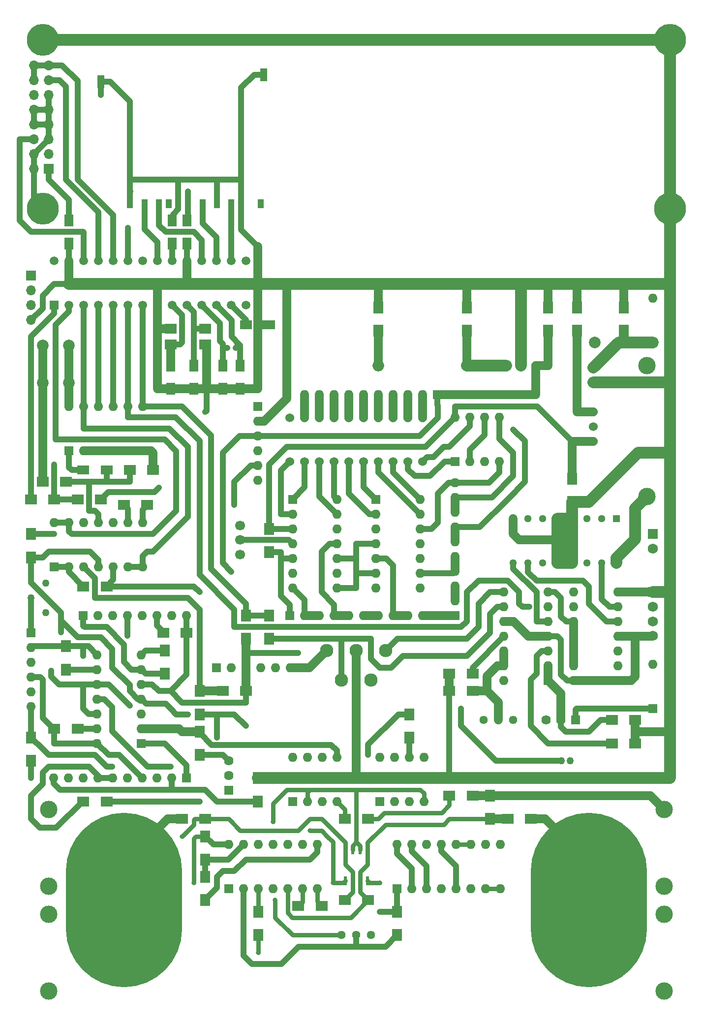
<source format=gbr>
%TF.GenerationSoftware,KiCad,Pcbnew,(5.0.0-rc2-dev-720-g9704891c8)*%
%TF.CreationDate,2018-06-11T16:43:15-04:00*%
%TF.ProjectId,Main,4D61696E2E6B696361645F7063620000,rev?*%
%TF.SameCoordinates,Original*%
%TF.FileFunction,Copper,L1,Top,Signal*%
%TF.FilePolarity,Positive*%
%FSLAX46Y46*%
G04 Gerber Fmt 4.6, Leading zero omitted, Abs format (unit mm)*
G04 Created by KiCad (PCBNEW (5.0.0-rc2-dev-720-g9704891c8)) date Mon Jun 11 16:43:15 2018*
%MOMM*%
%LPD*%
G01*
G04 APERTURE LIST*
%ADD10R,1.600000X1.600000*%
%ADD11O,1.600000X1.600000*%
%ADD12C,1.440000*%
%ADD13R,1.700000X2.000000*%
%ADD14R,2.000000X1.700000*%
%ADD15R,0.600000X1.550000*%
%ADD16C,3.000000*%
%ADD17C,1.750000*%
%ADD18R,1.750000X1.750000*%
%ADD19O,2.000000X2.000000*%
%ADD20C,2.000000*%
%ADD21R,1.200000X2.200000*%
%ADD22R,1.000000X1.500000*%
%ADD23C,1.260000*%
%ADD24C,1.000000*%
%ADD25R,2.100000X1.700000*%
%ADD26R,1.600000X2.000000*%
%ADD27R,2.000000X1.600000*%
%ADD28C,1.270000*%
%ADD29C,1.524000*%
%ADD30R,1.498600X1.498600*%
%ADD31C,1.498600*%
%ADD32C,1.700000*%
%ADD33R,1.295400X1.295400*%
%ADD34C,1.295400*%
%ADD35C,2.300000*%
%ADD36O,1.700000X1.700000*%
%ADD37R,1.700000X1.700000*%
%ADD38C,1.620000*%
%ADD39R,1.620000X1.620000*%
%ADD40C,5.500000*%
%ADD41O,20.000000X30.000000*%
%ADD42C,0.800000*%
%ADD43C,1.500000*%
%ADD44C,1.000000*%
%ADD45C,2.000000*%
%ADD46C,0.800000*%
G04 APERTURE END LIST*
D10*
X58000000Y-170000000D03*
D11*
X73240000Y-162380000D03*
X60540000Y-170000000D03*
X70700000Y-162380000D03*
X63080000Y-170000000D03*
X68160000Y-162380000D03*
X65620000Y-170000000D03*
X65620000Y-162380000D03*
X68160000Y-170000000D03*
X63080000Y-162380000D03*
X70700000Y-170000000D03*
X60540000Y-162380000D03*
X73240000Y-170000000D03*
X58000000Y-162380000D03*
D10*
X87000000Y-170000000D03*
D11*
X104780000Y-162380000D03*
X89540000Y-170000000D03*
X102240000Y-162380000D03*
X92080000Y-170000000D03*
X99700000Y-162380000D03*
X94620000Y-170000000D03*
X97160000Y-162380000D03*
X97160000Y-170000000D03*
X94620000Y-162380000D03*
X99700000Y-170000000D03*
X92080000Y-162380000D03*
X102240000Y-170000000D03*
X89540000Y-162380000D03*
X104780000Y-170000000D03*
X87000000Y-162380000D03*
D12*
X77460000Y-178000000D03*
X80000000Y-178000000D03*
X82540000Y-178000000D03*
D13*
X54000000Y-172000000D03*
X54000000Y-168000000D03*
D14*
X70000000Y-173000000D03*
X74000000Y-173000000D03*
D13*
X87000000Y-178000000D03*
X87000000Y-174000000D03*
X63080000Y-178000000D03*
X63080000Y-174000000D03*
D14*
X78000000Y-172000000D03*
X82000000Y-172000000D03*
D13*
X54000000Y-165000000D03*
X54000000Y-161000000D03*
X89080000Y-140000000D03*
X89080000Y-144000000D03*
D15*
X78095000Y-168700000D03*
X79365000Y-168700000D03*
X80635000Y-168700000D03*
X81905000Y-168700000D03*
X81905000Y-163300000D03*
X80635000Y-163300000D03*
X79365000Y-163300000D03*
X78095000Y-163300000D03*
D14*
X78000000Y-158000000D03*
X82000000Y-158000000D03*
X100000000Y-154000000D03*
X96000000Y-154000000D03*
D13*
X103000000Y-158000000D03*
X103000000Y-154000000D03*
D11*
X105380000Y-134240000D03*
X113000000Y-119000000D03*
X105380000Y-131700000D03*
X113000000Y-121540000D03*
X105380000Y-129160000D03*
X113000000Y-124080000D03*
X105380000Y-126620000D03*
X113000000Y-126620000D03*
X105380000Y-124080000D03*
X113000000Y-129160000D03*
X105380000Y-121540000D03*
X113000000Y-131700000D03*
X105380000Y-119000000D03*
D10*
X113000000Y-134240000D03*
D11*
X84000000Y-147380000D03*
X91620000Y-155000000D03*
X86540000Y-147380000D03*
X89080000Y-155000000D03*
X89080000Y-147380000D03*
X86540000Y-155000000D03*
X91620000Y-147380000D03*
D10*
X84000000Y-155000000D03*
D11*
X35380000Y-145000000D03*
X43000000Y-129760000D03*
X35380000Y-142460000D03*
X43000000Y-132300000D03*
X35380000Y-139920000D03*
X43000000Y-134840000D03*
X35380000Y-137380000D03*
X43000000Y-137380000D03*
X35380000Y-134840000D03*
X43000000Y-139920000D03*
X35380000Y-132300000D03*
X43000000Y-142460000D03*
X35380000Y-129760000D03*
D10*
X43000000Y-145000000D03*
D11*
X27980000Y-107000000D03*
X43220000Y-114620000D03*
X30520000Y-107000000D03*
X40680000Y-114620000D03*
X33060000Y-107000000D03*
X38140000Y-114620000D03*
X35600000Y-107000000D03*
X35600000Y-114620000D03*
X38140000Y-107000000D03*
X33060000Y-114620000D03*
X40680000Y-107000000D03*
X30520000Y-114620000D03*
X43220000Y-107000000D03*
D10*
X27980000Y-114620000D03*
D11*
X69000000Y-147380000D03*
X76620000Y-155000000D03*
X71540000Y-147380000D03*
X74080000Y-155000000D03*
X74080000Y-147380000D03*
X71540000Y-155000000D03*
X76620000Y-147380000D03*
D10*
X69000000Y-155000000D03*
D16*
X133000000Y-187600000D03*
X133000000Y-174400000D03*
X133000000Y-169600000D03*
X133000000Y-156400000D03*
X27000000Y-174400000D03*
X27000000Y-187600000D03*
X27000000Y-156400000D03*
X27000000Y-169600000D03*
D17*
X131000000Y-111500000D03*
D18*
X131000000Y-109000000D03*
D17*
X131000000Y-126500000D03*
X131000000Y-124000000D03*
X131000000Y-121500000D03*
D18*
X131000000Y-119000000D03*
D11*
X131000000Y-68380000D03*
D10*
X131000000Y-76000000D03*
D11*
X131000000Y-131380000D03*
D10*
X131000000Y-139000000D03*
D11*
X117380000Y-134240000D03*
X125000000Y-119000000D03*
X117380000Y-131700000D03*
X125000000Y-121540000D03*
X117380000Y-129160000D03*
X125000000Y-124080000D03*
X117380000Y-126620000D03*
X125000000Y-126620000D03*
X117380000Y-124080000D03*
X125000000Y-129160000D03*
X117380000Y-121540000D03*
X125000000Y-131700000D03*
X117380000Y-119000000D03*
D10*
X125000000Y-134240000D03*
D11*
X91000000Y-103000000D03*
X83380000Y-118240000D03*
X91000000Y-105540000D03*
X83380000Y-115700000D03*
X91000000Y-108080000D03*
X83380000Y-113160000D03*
X91000000Y-110620000D03*
X83380000Y-110620000D03*
X91000000Y-113160000D03*
X83380000Y-108080000D03*
X91000000Y-115700000D03*
X83380000Y-105540000D03*
X91000000Y-118240000D03*
D10*
X83380000Y-103000000D03*
D11*
X76620000Y-103000000D03*
X69000000Y-118240000D03*
X76620000Y-105540000D03*
X69000000Y-115700000D03*
X76620000Y-108080000D03*
X69000000Y-113160000D03*
X76620000Y-110620000D03*
X69000000Y-110620000D03*
X76620000Y-113160000D03*
X69000000Y-108080000D03*
X76620000Y-115700000D03*
X69000000Y-105540000D03*
X76620000Y-118240000D03*
D10*
X69000000Y-103000000D03*
D11*
X97000000Y-88880000D03*
X104620000Y-96500000D03*
X99540000Y-88880000D03*
X102080000Y-96500000D03*
X102080000Y-88880000D03*
X99540000Y-96500000D03*
X104620000Y-88880000D03*
D10*
X97000000Y-96500000D03*
D19*
X83760000Y-80000000D03*
D20*
X99000000Y-80000000D03*
D16*
X130000000Y-80000000D03*
X130000000Y-102500000D03*
D21*
X64000000Y-29950000D03*
X36000000Y-31150000D03*
D22*
X63500000Y-52150000D03*
X47680000Y-52150000D03*
X41030000Y-52150000D03*
X60150000Y-52150000D03*
X58450000Y-52150000D03*
X56030000Y-52150000D03*
X53530000Y-52150000D03*
X51030000Y-52150000D03*
X49330000Y-52150000D03*
X46030000Y-52150000D03*
X43530000Y-52150000D03*
D23*
X26540000Y-117460000D03*
X24000000Y-120000000D03*
X26540000Y-122540000D03*
D11*
X30520000Y-87000000D03*
X43220000Y-94620000D03*
X33060000Y-87000000D03*
X40680000Y-94620000D03*
X35600000Y-87000000D03*
X38140000Y-94620000D03*
X38140000Y-87000000D03*
X35600000Y-94620000D03*
X40680000Y-87000000D03*
X33060000Y-94620000D03*
X43220000Y-87000000D03*
D10*
X30520000Y-94620000D03*
D24*
X59250000Y-77000000D03*
X57750000Y-77000000D03*
D25*
X48050000Y-73650000D03*
X53950000Y-73650000D03*
X53950000Y-76350000D03*
X48050000Y-76350000D03*
D20*
X108300000Y-76000000D03*
X121000000Y-76000000D03*
D26*
X50840000Y-59000000D03*
X50840000Y-55000000D03*
X30520000Y-59000000D03*
X30520000Y-55000000D03*
D27*
X37000000Y-98000000D03*
X33000000Y-98000000D03*
X61000000Y-73000000D03*
X65000000Y-73000000D03*
D26*
X57000000Y-80000000D03*
X57000000Y-84000000D03*
X60000000Y-80000000D03*
X60000000Y-84000000D03*
X48000000Y-80000000D03*
X48000000Y-84000000D03*
X52000000Y-80000000D03*
X52000000Y-84000000D03*
D28*
X116762000Y-148000000D03*
X115238000Y-148000000D03*
D29*
X91430000Y-89000000D03*
X88890000Y-89000000D03*
X86350000Y-89000000D03*
X83810000Y-89000000D03*
X81270000Y-89000000D03*
X78730000Y-89000000D03*
X76190000Y-89000000D03*
X73650000Y-89000000D03*
X71110000Y-89000000D03*
X68570000Y-89000000D03*
X68570000Y-96500000D03*
X71110000Y-96500000D03*
X73650000Y-96500000D03*
X76190000Y-96500000D03*
X78730000Y-96500000D03*
X81270000Y-96500000D03*
X83810000Y-96500000D03*
X86350000Y-96500000D03*
X88890000Y-96500000D03*
X91430000Y-96500000D03*
D30*
X27980000Y-69620000D03*
D31*
X30520000Y-69620000D03*
X33060000Y-69620000D03*
X35600000Y-69620000D03*
X38140000Y-69620000D03*
X40680000Y-69620000D03*
X43220000Y-69620000D03*
X45760000Y-69620000D03*
X48300000Y-69620000D03*
X50840000Y-69620000D03*
X53380000Y-69620000D03*
X55920000Y-69620000D03*
X58460000Y-69620000D03*
X61000000Y-69620000D03*
X61000000Y-62000000D03*
X58460000Y-62000000D03*
X55920000Y-62000000D03*
X53380000Y-62000000D03*
X50840000Y-62000000D03*
X48300000Y-62000000D03*
X45760000Y-62000000D03*
X43220000Y-62000000D03*
X40680000Y-62000000D03*
X38140000Y-62000000D03*
X35600000Y-62000000D03*
X33060000Y-62000000D03*
X30520000Y-62000000D03*
X27980000Y-62000000D03*
D32*
X60000000Y-112500000D03*
X60000000Y-110000000D03*
X60000000Y-107500000D03*
D26*
X48300000Y-55000000D03*
X48300000Y-59000000D03*
D33*
X124780000Y-106380000D03*
D34*
X122240000Y-106380000D03*
X119700000Y-106380000D03*
X117160000Y-106380000D03*
X114620000Y-106380000D03*
X112080000Y-106380000D03*
X109540000Y-106380000D03*
X107000000Y-106380000D03*
X107000000Y-114000000D03*
X109540000Y-114000000D03*
X112080000Y-114000000D03*
X114620000Y-114000000D03*
X117160000Y-114000000D03*
X119700000Y-114000000D03*
X122240000Y-114000000D03*
X124780000Y-114000000D03*
D29*
X105760000Y-80000000D03*
X108300000Y-80000000D03*
X110840000Y-80000000D03*
X120750000Y-93080000D03*
X120750000Y-88000000D03*
X120750000Y-90540000D03*
X120750000Y-82920000D03*
X120750000Y-80380000D03*
D20*
X26020000Y-76500000D03*
X30520000Y-76500000D03*
X26020000Y-83000000D03*
X30520000Y-83000000D03*
D35*
X82540000Y-134080000D03*
X77460000Y-134080000D03*
X74920000Y-129000000D03*
X80000000Y-129000000D03*
X85080000Y-129000000D03*
D36*
X24000000Y-72160000D03*
X24000000Y-69620000D03*
X24000000Y-67080000D03*
D37*
X24000000Y-64540000D03*
D12*
X101920000Y-141000000D03*
X104460000Y-141000000D03*
X107000000Y-141000000D03*
D38*
X58000000Y-148000000D03*
X58000000Y-150540000D03*
D39*
X58000000Y-153080000D03*
D38*
X112650000Y-141000000D03*
X115190000Y-141000000D03*
D39*
X117730000Y-141000000D03*
D13*
X61000000Y-123000000D03*
X61000000Y-127000000D03*
D14*
X96000000Y-133000000D03*
X100000000Y-133000000D03*
X37000000Y-118000000D03*
X33000000Y-118000000D03*
X110000000Y-158000000D03*
X106000000Y-158000000D03*
X50000000Y-158000000D03*
X54000000Y-158000000D03*
X61000000Y-136000000D03*
X57000000Y-136000000D03*
X96000000Y-136000000D03*
X100000000Y-136000000D03*
D13*
X65000000Y-127000000D03*
X65000000Y-123000000D03*
X65000000Y-108080000D03*
X65000000Y-112080000D03*
X53000000Y-143000000D03*
X53000000Y-147000000D03*
X24000000Y-148000000D03*
X24000000Y-144000000D03*
D14*
X41000000Y-98000000D03*
X45000000Y-98000000D03*
X30000000Y-100000000D03*
X26000000Y-100000000D03*
X32000000Y-103000000D03*
X36000000Y-103000000D03*
X28000000Y-103000000D03*
X24000000Y-103000000D03*
D13*
X53000000Y-136000000D03*
X53000000Y-140000000D03*
D14*
X128000000Y-141000000D03*
X124000000Y-141000000D03*
X128000000Y-145000000D03*
X124000000Y-145000000D03*
D13*
X118000000Y-74000000D03*
X118000000Y-70000000D03*
X117160000Y-103500000D03*
X117160000Y-99500000D03*
X83760000Y-74000000D03*
X83760000Y-70000000D03*
X47000000Y-129000000D03*
X47000000Y-133000000D03*
D14*
X37000000Y-155000000D03*
X33000000Y-155000000D03*
D13*
X30000000Y-128300000D03*
X30000000Y-132300000D03*
D14*
X50780000Y-126000000D03*
X46780000Y-126000000D03*
D13*
X99000000Y-74000000D03*
X99000000Y-70000000D03*
X126000000Y-74000000D03*
X126000000Y-70000000D03*
X113000000Y-70000000D03*
X113000000Y-74000000D03*
D14*
X28000000Y-142460000D03*
X32000000Y-142460000D03*
X44000000Y-104000000D03*
X40000000Y-104000000D03*
D13*
X63000000Y-151000000D03*
X63000000Y-155000000D03*
X24000000Y-113000000D03*
X24000000Y-109000000D03*
D11*
X27920000Y-151000000D03*
X30460000Y-151000000D03*
X33000000Y-151000000D03*
X35540000Y-151000000D03*
X38080000Y-151000000D03*
X40620000Y-151000000D03*
X43160000Y-151000000D03*
X45700000Y-151000000D03*
X48240000Y-151000000D03*
D10*
X50780000Y-151000000D03*
D11*
X91430000Y-123000000D03*
X88890000Y-123000000D03*
X86350000Y-123000000D03*
X83810000Y-123000000D03*
X81270000Y-123000000D03*
X78730000Y-123000000D03*
X76190000Y-123000000D03*
X73650000Y-123000000D03*
X71110000Y-123000000D03*
D10*
X68570000Y-123000000D03*
D11*
X97000000Y-100140000D03*
X97000000Y-102680000D03*
X97000000Y-105220000D03*
X97000000Y-107760000D03*
X97000000Y-110300000D03*
X97000000Y-112840000D03*
X97000000Y-115380000D03*
X97000000Y-117920000D03*
X97000000Y-120460000D03*
D10*
X97000000Y-123000000D03*
X93970000Y-85000000D03*
D11*
X91430000Y-85000000D03*
X88890000Y-85000000D03*
X86350000Y-85000000D03*
X83810000Y-85000000D03*
X81270000Y-85000000D03*
X78730000Y-85000000D03*
X76190000Y-85000000D03*
X73650000Y-85000000D03*
X71110000Y-85000000D03*
D10*
X55920000Y-132000000D03*
D11*
X58460000Y-132000000D03*
X61000000Y-132000000D03*
X63540000Y-132000000D03*
X66080000Y-132000000D03*
X68620000Y-132000000D03*
X24000000Y-138700000D03*
X24000000Y-136160000D03*
X24000000Y-133620000D03*
X24000000Y-131080000D03*
X24000000Y-128540000D03*
D10*
X24000000Y-126000000D03*
X63000000Y-87000000D03*
D11*
X63000000Y-89540000D03*
X63000000Y-92080000D03*
X63000000Y-94620000D03*
X63000000Y-97160000D03*
X63000000Y-99700000D03*
X50780000Y-123000000D03*
X48240000Y-123000000D03*
X45700000Y-123000000D03*
X43160000Y-123000000D03*
X40620000Y-123000000D03*
X38080000Y-123000000D03*
X35540000Y-123000000D03*
D10*
X33000000Y-123000000D03*
D40*
X26000000Y-24000000D03*
X134000000Y-24000000D03*
X26000000Y-53000000D03*
X134000000Y-53000000D03*
D41*
X40000000Y-172000000D03*
X120000000Y-172000000D03*
D36*
X24500000Y-28340000D03*
X27040000Y-28340000D03*
X24500000Y-30880000D03*
X27040000Y-30880000D03*
X24500000Y-33420000D03*
X27040000Y-33420000D03*
X24500000Y-35960000D03*
X27040000Y-35960000D03*
X24500000Y-38500000D03*
X27040000Y-38500000D03*
X24500000Y-41040000D03*
X27040000Y-41040000D03*
X24500000Y-43580000D03*
X27040000Y-43580000D03*
X24500000Y-46120000D03*
D37*
X27040000Y-46120000D03*
D42*
X49000000Y-102000000D03*
X58460000Y-115460000D03*
X109750000Y-121540000D03*
X30520000Y-53000000D03*
X46000000Y-101000000D03*
X51030000Y-50000000D03*
X40680000Y-56320000D03*
X82000000Y-147000000D03*
X65620000Y-158530010D03*
X84000000Y-169000000D03*
X76000000Y-169000000D03*
X72000000Y-160000000D03*
X28000000Y-109000000D03*
X63080000Y-181000000D03*
X94650000Y-157000000D03*
X40620000Y-126500000D03*
X52000000Y-169000000D03*
X61000000Y-142000000D03*
X48000000Y-149000000D03*
X56000000Y-144000000D03*
X50000000Y-161000000D03*
X27500000Y-132500000D03*
X36000000Y-33420000D03*
X70000000Y-129500000D03*
X54000000Y-88000000D03*
X41000000Y-100000000D03*
X41000000Y-138500000D03*
X53000000Y-155000000D03*
X66000000Y-151000000D03*
X51000000Y-140000000D03*
X24000000Y-151000000D03*
X29121334Y-125878666D03*
X38000000Y-149000000D03*
X33000000Y-130000000D03*
X59000000Y-104000000D03*
X107000000Y-91000000D03*
X28000000Y-97000000D03*
X66000000Y-172000000D03*
X84000000Y-174000000D03*
X53000000Y-119000000D03*
X98000000Y-139000000D03*
D43*
X28000000Y-69640000D02*
X27980000Y-69620000D01*
D44*
X27980000Y-70980000D02*
X27980000Y-69620000D01*
X28000000Y-71000000D02*
X27980000Y-70980000D01*
X24000000Y-75000000D02*
X24000000Y-93000000D01*
X24000000Y-75000000D02*
X28000000Y-71000000D01*
X24000000Y-93000000D02*
X24000000Y-103000000D01*
X33060000Y-69620000D02*
X33060000Y-87000000D01*
X40680000Y-114620000D02*
X43220000Y-114620000D01*
X44000000Y-112000000D02*
X43220000Y-112780000D01*
X33060000Y-90812500D02*
X47812500Y-90812500D01*
X43220000Y-112780000D02*
X43220000Y-114620000D01*
X51000000Y-106000000D02*
X45000000Y-112000000D01*
X33060000Y-87000000D02*
X33060000Y-90812500D01*
X47812500Y-90812500D02*
X51000000Y-94000000D01*
X51000000Y-94000000D02*
X51000000Y-106000000D01*
X45000000Y-112000000D02*
X44000000Y-112000000D01*
X35600000Y-87000000D02*
X35600000Y-69620000D01*
X30520000Y-94620000D02*
X30520000Y-97520000D01*
X31000000Y-98000000D02*
X33000000Y-98000000D01*
X30520000Y-97520000D02*
X31000000Y-98000000D01*
X53530000Y-55530000D02*
X53530000Y-52150000D01*
X55920000Y-62000000D02*
X55920000Y-57920000D01*
X55920000Y-57920000D02*
X53530000Y-55530000D01*
X45760000Y-62000000D02*
X45760000Y-58760000D01*
X43530000Y-56530000D02*
X43530000Y-52150000D01*
X45760000Y-58760000D02*
X43530000Y-56530000D01*
D43*
X33060000Y-94620000D02*
X35600000Y-94620000D01*
X35600000Y-94620000D02*
X38140000Y-94620000D01*
X43220000Y-94620000D02*
X40680000Y-94620000D01*
X38140000Y-94620000D02*
X40680000Y-94620000D01*
X43220000Y-94620000D02*
X44620000Y-94620000D01*
X45000000Y-95000000D02*
X45000000Y-98000000D01*
X44620000Y-94620000D02*
X45000000Y-95000000D01*
D44*
X30520000Y-69620000D02*
X30520000Y-70679670D01*
X28250000Y-73000000D02*
X28250000Y-74000000D01*
X28250000Y-72949670D02*
X28250000Y-74000000D01*
X30520000Y-70679670D02*
X28250000Y-72949670D01*
X28250000Y-92750000D02*
X28250000Y-74000000D01*
X47000000Y-92750000D02*
X28250000Y-92750000D01*
X49000000Y-100000000D02*
X49000000Y-94750000D01*
X49000000Y-94750000D02*
X47000000Y-92750000D01*
X27980000Y-107000000D02*
X30520000Y-107000000D01*
X49000000Y-100000000D02*
X49000000Y-102000000D01*
X30520000Y-107000000D02*
X30520000Y-108520000D01*
X30520000Y-108520000D02*
X31000000Y-109000000D01*
X49000000Y-105000000D02*
X49000000Y-102000000D01*
X45000000Y-109000000D02*
X49000000Y-105000000D01*
X31000000Y-109000000D02*
X45000000Y-109000000D01*
X43220000Y-69620000D02*
X43220000Y-87000000D01*
X65000000Y-123000000D02*
X61000000Y-123000000D01*
X61000000Y-121000000D02*
X61000000Y-123000000D01*
X55000000Y-92000000D02*
X55000000Y-115000000D01*
X55000000Y-115000000D02*
X61000000Y-121000000D01*
X43220000Y-87000000D02*
X50000000Y-87000000D01*
X50000000Y-87000000D02*
X55000000Y-92000000D01*
D43*
X93970000Y-85000000D02*
X110840000Y-85000000D01*
X110840000Y-85000000D02*
X110840000Y-80000000D01*
X110840000Y-80000000D02*
X113000000Y-80000000D01*
X113000000Y-80000000D02*
X113000000Y-74000000D01*
D45*
X124780000Y-114000000D02*
X124780000Y-113084014D01*
X124780000Y-113084014D02*
X127932007Y-109932007D01*
X127932007Y-104567993D02*
X130000000Y-102500000D01*
X127932007Y-109932007D02*
X127932007Y-104567993D01*
D44*
X93970000Y-86800000D02*
X94000000Y-86830000D01*
X93970000Y-85000000D02*
X93970000Y-86800000D01*
X94000000Y-86830000D02*
X94000000Y-89000000D01*
X90920000Y-92080000D02*
X63000000Y-92080000D01*
X94000000Y-89000000D02*
X90920000Y-92080000D01*
X59920000Y-92080000D02*
X63000000Y-92080000D01*
X57000000Y-95000000D02*
X59920000Y-92080000D01*
X58460000Y-115460000D02*
X57000000Y-114000000D01*
X57000000Y-114000000D02*
X57000000Y-95000000D01*
X38140000Y-69620000D02*
X38140000Y-87000000D01*
X40680000Y-87000000D02*
X40680000Y-69620000D01*
X101000000Y-117000000D02*
X106000000Y-117000000D01*
X53000000Y-116000000D02*
X59000000Y-122000000D01*
X48875000Y-88875000D02*
X53000000Y-93000000D01*
X59000000Y-125000000D02*
X98000000Y-125000000D01*
X99000000Y-119000000D02*
X101000000Y-117000000D01*
X108000000Y-119000000D02*
X108000000Y-121000000D01*
X99000000Y-119000000D02*
X99000000Y-124000000D01*
X40680000Y-87000000D02*
X40680000Y-88875000D01*
X53000000Y-93000000D02*
X53000000Y-116000000D01*
X59000000Y-122000000D02*
X59000000Y-125000000D01*
X40680000Y-88875000D02*
X48875000Y-88875000D01*
X106000000Y-117000000D02*
X108000000Y-119000000D01*
X108000000Y-121000000D02*
X108540000Y-121540000D01*
X108540000Y-121540000D02*
X109750000Y-121540000D01*
X99000000Y-124000000D02*
X98000000Y-125000000D01*
X61000000Y-72160000D02*
X61000000Y-73000000D01*
X58460000Y-69620000D02*
X61000000Y-72160000D01*
X51030000Y-54810000D02*
X50840000Y-55000000D01*
X51030000Y-52150000D02*
X51030000Y-54810000D01*
X51030000Y-50000000D02*
X51030000Y-52150000D01*
X30520000Y-55000000D02*
X30520000Y-53000000D01*
X27040000Y-47970000D02*
X27040000Y-46120000D01*
X30520000Y-53000000D02*
X30520000Y-51450000D01*
X30520000Y-51450000D02*
X27040000Y-47970000D01*
D43*
X83760000Y-74000000D02*
X83760000Y-80000000D01*
D44*
X45250000Y-101750000D02*
X46000000Y-101000000D01*
X37250000Y-101750000D02*
X45250000Y-101750000D01*
X36000000Y-103000000D02*
X37250000Y-101750000D01*
X24500000Y-41040000D02*
X22040000Y-41040000D01*
X22040000Y-41040000D02*
X22040000Y-55040000D01*
X22040000Y-55040000D02*
X24000000Y-57000000D01*
X24000000Y-57000000D02*
X33000000Y-57000000D01*
X33060000Y-57060000D02*
X33000000Y-57000000D01*
X33060000Y-62000000D02*
X33060000Y-57060000D01*
X40680000Y-62000000D02*
X40680000Y-56320000D01*
X35600000Y-57600000D02*
X35600000Y-62000000D01*
X30000000Y-48000000D02*
X35600000Y-53600000D01*
X30000000Y-32000000D02*
X30000000Y-48000000D01*
X35600000Y-53600000D02*
X35600000Y-57600000D01*
X27040000Y-30880000D02*
X28880000Y-30880000D01*
X28880000Y-30880000D02*
X30000000Y-32000000D01*
X27040000Y-28340000D02*
X24500000Y-28340000D01*
X24500000Y-30880000D02*
X24500000Y-28340000D01*
X32000000Y-48000000D02*
X38140000Y-54140000D01*
X38140000Y-54140000D02*
X38140000Y-58140000D01*
X38140000Y-58140000D02*
X38140000Y-62000000D01*
X27040000Y-28340000D02*
X29340000Y-28340000D01*
X32000000Y-31000000D02*
X32000000Y-48000000D01*
X29340000Y-28340000D02*
X32000000Y-31000000D01*
D43*
X40000000Y-165500000D02*
X40000000Y-172000000D01*
X47500000Y-158000000D02*
X40000000Y-165500000D01*
X50000000Y-158000000D02*
X47500000Y-158000000D01*
X120000000Y-165500000D02*
X120000000Y-172000000D01*
X112500000Y-158000000D02*
X120000000Y-165500000D01*
X110000000Y-158000000D02*
X112500000Y-158000000D01*
D44*
X58460000Y-52160000D02*
X58450000Y-52150000D01*
X58460000Y-62000000D02*
X58460000Y-52160000D01*
X53380000Y-60940330D02*
X53380000Y-62000000D01*
X51990002Y-57000000D02*
X53380000Y-58389998D01*
X53380000Y-58389998D02*
X53380000Y-60940330D01*
X47149998Y-57000000D02*
X51990002Y-57000000D01*
X46030000Y-55880002D02*
X47149998Y-57000000D01*
X46030000Y-52150000D02*
X46030000Y-55880002D01*
X82000000Y-145230000D02*
X82000000Y-147000000D01*
X89080000Y-140000000D02*
X87230000Y-140000000D01*
X87230000Y-140000000D02*
X82000000Y-145230000D01*
D46*
X79365000Y-163300000D02*
X79365000Y-162635000D01*
X79365000Y-162635000D02*
X80000000Y-162000000D01*
X80635000Y-162635000D02*
X80000000Y-162000000D01*
X80635000Y-163300000D02*
X80635000Y-162635000D01*
X72000000Y-153000000D02*
X80000000Y-153000000D01*
X71540000Y-155000000D02*
X71540000Y-153460000D01*
X71540000Y-153460000D02*
X72000000Y-153000000D01*
X80000000Y-153000000D02*
X90000000Y-153000000D01*
X91620000Y-155000000D02*
X91620000Y-153620000D01*
X91000000Y-153000000D02*
X90000000Y-153000000D01*
X91620000Y-153620000D02*
X91000000Y-153000000D01*
X80000000Y-161000000D02*
X80000000Y-153000000D01*
X80000000Y-161000000D02*
X80000000Y-162000000D01*
X68000000Y-153000000D02*
X72000000Y-153000000D01*
X65620000Y-158530010D02*
X65620000Y-155380000D01*
X65620000Y-155380000D02*
X68000000Y-153000000D01*
X82205000Y-169000000D02*
X81905000Y-168700000D01*
X84000000Y-169000000D02*
X82205000Y-169000000D01*
X77795000Y-169000000D02*
X78095000Y-168700000D01*
X76000000Y-169000000D02*
X77795000Y-169000000D01*
X76000000Y-169000000D02*
X76000000Y-162000000D01*
X76000000Y-162000000D02*
X75000000Y-161000000D01*
X75000000Y-161000000D02*
X74000000Y-160000000D01*
X74000000Y-160000000D02*
X72000000Y-160000000D01*
D44*
X43000000Y-145000000D02*
X47000000Y-145000000D01*
X50780000Y-148780000D02*
X50780000Y-151000000D01*
X47000000Y-145000000D02*
X50780000Y-148780000D01*
X46780000Y-126000000D02*
X46780000Y-125780000D01*
X45700000Y-124700000D02*
X45700000Y-123000000D01*
X46780000Y-125780000D02*
X45700000Y-124700000D01*
X28000000Y-142460000D02*
X28000000Y-144310000D01*
X35380000Y-145000000D02*
X28000000Y-145000000D01*
X28000000Y-142460000D02*
X28000000Y-145000000D01*
X26000000Y-140610000D02*
X27850000Y-142460000D01*
X26000000Y-134000000D02*
X26000000Y-140610000D01*
X25620000Y-133620000D02*
X26000000Y-134000000D01*
X27850000Y-142460000D02*
X28000000Y-142460000D01*
X24000000Y-133620000D02*
X25620000Y-133620000D01*
X43160000Y-151000000D02*
X39160000Y-147000000D01*
X37380000Y-147000000D02*
X35380000Y-145000000D01*
X39160000Y-147000000D02*
X37380000Y-147000000D01*
X32000000Y-142460000D02*
X35380000Y-142460000D01*
D45*
X125130000Y-76000000D02*
X120750000Y-80380000D01*
D43*
X126000000Y-74000000D02*
X126000000Y-76000000D01*
D45*
X131000000Y-76000000D02*
X126000000Y-76000000D01*
X126000000Y-76000000D02*
X125130000Y-76000000D01*
D46*
X78000000Y-156380000D02*
X76620000Y-155000000D01*
X78000000Y-158000000D02*
X78000000Y-156380000D01*
D44*
X24000000Y-109000000D02*
X28000000Y-109000000D01*
D43*
X130600000Y-154000000D02*
X133000000Y-156400000D01*
X107000000Y-154000000D02*
X130600000Y-154000000D01*
X107000000Y-154000000D02*
X103000000Y-154000000D01*
X103000000Y-154000000D02*
X100000000Y-154000000D01*
D46*
X63080000Y-178000000D02*
X63080000Y-181000000D01*
X96000000Y-155650000D02*
X94650000Y-157000000D01*
X96000000Y-154000000D02*
X96000000Y-155650000D01*
X83800000Y-158000000D02*
X82000000Y-158000000D01*
X84800000Y-157000000D02*
X83800000Y-158000000D01*
X94650000Y-157000000D02*
X84800000Y-157000000D01*
D44*
X40620000Y-123000000D02*
X40620000Y-126500000D01*
X35540000Y-151000000D02*
X38080000Y-151000000D01*
X28350000Y-159500000D02*
X32850000Y-155000000D01*
X25500000Y-159500000D02*
X28350000Y-159500000D01*
X24000000Y-154000000D02*
X24000000Y-158000000D01*
X35540000Y-151000000D02*
X35540000Y-150540000D01*
X27000000Y-149000000D02*
X26000000Y-150000000D01*
X35540000Y-150540000D02*
X34000000Y-149000000D01*
X32850000Y-155000000D02*
X33000000Y-155000000D01*
X26000000Y-152000000D02*
X24000000Y-154000000D01*
X24000000Y-158000000D02*
X25500000Y-159500000D01*
X34000000Y-149000000D02*
X27000000Y-149000000D01*
X26000000Y-150000000D02*
X26000000Y-152000000D01*
X73240000Y-163760000D02*
X73240000Y-162380000D01*
X72000000Y-165000000D02*
X73240000Y-163760000D01*
X54000000Y-171850000D02*
X56000000Y-169850000D01*
X54000000Y-172000000D02*
X54000000Y-171850000D01*
X61000000Y-165000000D02*
X72000000Y-165000000D01*
X56000000Y-169850000D02*
X56000000Y-168000000D01*
X56000000Y-168000000D02*
X57000000Y-167000000D01*
X57000000Y-167000000D02*
X59000000Y-167000000D01*
X59000000Y-167000000D02*
X61000000Y-165000000D01*
X30000000Y-132300000D02*
X35380000Y-132300000D01*
X55380000Y-162380000D02*
X54000000Y-161000000D01*
X58000000Y-162380000D02*
X55380000Y-162380000D01*
D46*
X52000000Y-169000000D02*
X52000000Y-163000000D01*
X52000000Y-161350000D02*
X52000000Y-163000000D01*
X52350000Y-161000000D02*
X52000000Y-161350000D01*
X54000000Y-161000000D02*
X52350000Y-161000000D01*
X73240000Y-172240000D02*
X74000000Y-173000000D01*
X73240000Y-170000000D02*
X73240000Y-172240000D01*
D44*
X65000000Y-127000000D02*
X77000000Y-127000000D01*
X77460000Y-134080000D02*
X77460000Y-127000000D01*
X77000000Y-127000000D02*
X77460000Y-127000000D01*
X103000000Y-122788630D02*
X104248630Y-121540000D01*
X103000000Y-126000000D02*
X103000000Y-122788630D01*
X99000000Y-130000000D02*
X103000000Y-126000000D01*
X82500000Y-127000000D02*
X82500000Y-130500000D01*
X104248630Y-121540000D02*
X105380000Y-121540000D01*
X77460000Y-127000000D02*
X82500000Y-127000000D01*
X82500000Y-130500000D02*
X84000000Y-132000000D01*
X84000000Y-132000000D02*
X86000000Y-132000000D01*
X86000000Y-132000000D02*
X88000000Y-130000000D01*
X88000000Y-130000000D02*
X99000000Y-130000000D01*
D43*
X120750000Y-88000000D02*
X118000000Y-88000000D01*
X118000000Y-88000000D02*
X118000000Y-74000000D01*
D44*
X59000000Y-140000000D02*
X61000000Y-142000000D01*
X35380000Y-137380000D02*
X36620000Y-137380000D01*
X36620000Y-137380000D02*
X38000000Y-138760000D01*
X44049998Y-149000000D02*
X48000000Y-149000000D01*
X38000000Y-138760000D02*
X38000000Y-142950002D01*
X38000000Y-142950002D02*
X44049998Y-149000000D01*
X56000000Y-140000000D02*
X56000000Y-144000000D01*
X56000000Y-140000000D02*
X59000000Y-140000000D01*
X53000000Y-140000000D02*
X56000000Y-140000000D01*
D46*
X79365000Y-167125000D02*
X78240000Y-166000000D01*
X79365000Y-168700000D02*
X79365000Y-167125000D01*
X78095000Y-165855000D02*
X78240000Y-166000000D01*
X78095000Y-163300000D02*
X78095000Y-165855000D01*
X79365000Y-170635000D02*
X78000000Y-172000000D01*
X79365000Y-168700000D02*
X79365000Y-170635000D01*
X63080000Y-170000000D02*
X63080000Y-174000000D01*
X78095000Y-162095000D02*
X78095000Y-163300000D01*
X54000000Y-158000000D02*
X58000000Y-158000000D01*
X58000000Y-158000000D02*
X60000000Y-160000000D01*
X60000000Y-160000000D02*
X70000000Y-160000000D01*
X70000000Y-160000000D02*
X72000000Y-158000000D01*
X72000000Y-158000000D02*
X74000000Y-158000000D01*
X74000000Y-158000000D02*
X78095000Y-162095000D01*
X50000000Y-161000000D02*
X52000000Y-159000000D01*
X52000000Y-158200000D02*
X52200000Y-158000000D01*
X52200000Y-158000000D02*
X54000000Y-158000000D01*
X52000000Y-159000000D02*
X52000000Y-158200000D01*
D44*
X27040000Y-33420000D02*
X27040000Y-35960000D01*
X24500000Y-35960000D02*
X27040000Y-35960000D01*
X27040000Y-38500000D02*
X27040000Y-35960000D01*
X27040000Y-41040000D02*
X27040000Y-38500000D01*
X24500000Y-38500000D02*
X24500000Y-35960000D01*
X24500000Y-38500000D02*
X27040000Y-38500000D01*
X24500000Y-43580000D02*
X27040000Y-41040000D01*
X24500000Y-46120000D02*
X24500000Y-43580000D01*
X41030000Y-52150000D02*
X41030000Y-51900000D01*
D43*
X48000000Y-84000000D02*
X45760000Y-84000000D01*
X46110000Y-73650000D02*
X45760000Y-74000000D01*
X48050000Y-73650000D02*
X46110000Y-73650000D01*
X45760000Y-69620000D02*
X45760000Y-74000000D01*
X48000000Y-84000000D02*
X52000000Y-84000000D01*
X45760000Y-84000000D02*
X45760000Y-74000000D01*
X52000000Y-84000000D02*
X54240000Y-84000000D01*
X54240000Y-76640000D02*
X53950000Y-76350000D01*
X54240000Y-84000000D02*
X54240000Y-76640000D01*
X57000000Y-84000000D02*
X60000000Y-84000000D01*
X57000000Y-84000000D02*
X54240000Y-84000000D01*
D44*
X41030000Y-52150000D02*
X41030000Y-50030000D01*
X41030000Y-50030000D02*
X41060000Y-50000000D01*
X60150000Y-52150000D02*
X60150000Y-50000000D01*
X41030000Y-34580000D02*
X41030000Y-36060000D01*
X37600000Y-31150000D02*
X41030000Y-34580000D01*
X36000000Y-31150000D02*
X37600000Y-31150000D01*
X62400000Y-29950000D02*
X60150000Y-32200000D01*
X64000000Y-29950000D02*
X62400000Y-29950000D01*
D43*
X63000000Y-84000000D02*
X60000000Y-84000000D01*
X63000000Y-73000000D02*
X63000000Y-84000000D01*
D44*
X50840000Y-62000000D02*
X50840000Y-59000000D01*
X49330000Y-53100002D02*
X48430002Y-54000000D01*
X49330000Y-52150000D02*
X49330000Y-53100002D01*
X48430002Y-54869998D02*
X48300000Y-55000000D01*
X48430002Y-54000000D02*
X48430002Y-54869998D01*
X60150000Y-48000000D02*
X60150000Y-50000000D01*
X60150000Y-32200000D02*
X60150000Y-48000000D01*
X41030000Y-48000000D02*
X41030000Y-50000000D01*
X41030000Y-36060000D02*
X41030000Y-48000000D01*
X56030000Y-48030000D02*
X56000000Y-48000000D01*
X56030000Y-52150000D02*
X56030000Y-48030000D01*
X56000000Y-48000000D02*
X60150000Y-48000000D01*
X49330000Y-48330000D02*
X49000000Y-48000000D01*
X49330000Y-52150000D02*
X49330000Y-48330000D01*
X41030000Y-48000000D02*
X49000000Y-48000000D01*
X49000000Y-48000000D02*
X56000000Y-48000000D01*
X60150000Y-52150000D02*
X60150000Y-56650000D01*
X60150000Y-56650000D02*
X63000000Y-59500000D01*
X41000000Y-100000000D02*
X41000000Y-98000000D01*
X37000000Y-98000000D02*
X37000000Y-100000000D01*
X37000000Y-100000000D02*
X41000000Y-100000000D01*
X30520000Y-62000000D02*
X30520000Y-59000000D01*
X25990000Y-70170000D02*
X24000000Y-72160000D01*
X25990000Y-68010000D02*
X25990000Y-70170000D01*
X36000000Y-31150000D02*
X36000000Y-33420000D01*
D43*
X45760000Y-66240000D02*
X46000000Y-66000000D01*
X45760000Y-69620000D02*
X45760000Y-66240000D01*
X63000000Y-73000000D02*
X63000000Y-66000000D01*
X50840000Y-62000000D02*
X50840000Y-65840000D01*
X50840000Y-65840000D02*
X51000000Y-66000000D01*
D45*
X63000000Y-66000000D02*
X51000000Y-66000000D01*
X51000000Y-66000000D02*
X46000000Y-66000000D01*
D43*
X63000000Y-66000000D02*
X63000000Y-59500000D01*
D45*
X46000000Y-66000000D02*
X30520000Y-66000000D01*
D43*
X30520000Y-62000000D02*
X30520000Y-66000000D01*
D44*
X28000000Y-66000000D02*
X25990000Y-68010000D01*
X30520000Y-66000000D02*
X28000000Y-66000000D01*
D45*
X134000000Y-66000000D02*
X134000000Y-60000000D01*
X134000000Y-60000000D02*
X134000000Y-53000000D01*
X134000000Y-49110913D02*
X134000000Y-24000000D01*
X134000000Y-53000000D02*
X134000000Y-49110913D01*
D44*
X24500000Y-51500000D02*
X26000000Y-53000000D01*
X24500000Y-46120000D02*
X24500000Y-51500000D01*
D45*
X134000000Y-24000000D02*
X26000000Y-24000000D01*
X108300000Y-76000000D02*
X108300000Y-66000000D01*
X108300000Y-76000000D02*
X108300000Y-80000000D01*
D43*
X99000000Y-70000000D02*
X99000000Y-66000000D01*
D45*
X108300000Y-66000000D02*
X99000000Y-66000000D01*
D43*
X83760000Y-66240000D02*
X84000000Y-66000000D01*
X83760000Y-70000000D02*
X83760000Y-66240000D01*
D45*
X99000000Y-66000000D02*
X84000000Y-66000000D01*
D43*
X63000000Y-73000000D02*
X65000000Y-73000000D01*
X113000000Y-70000000D02*
X113000000Y-66000000D01*
D45*
X115000000Y-66000000D02*
X113000000Y-66000000D01*
X113000000Y-66000000D02*
X108300000Y-66000000D01*
D43*
X126000000Y-70000000D02*
X126000000Y-66000000D01*
D45*
X134000000Y-66000000D02*
X126000000Y-66000000D01*
X133920000Y-82920000D02*
X134000000Y-83000000D01*
X120750000Y-82920000D02*
X133920000Y-82920000D01*
X134000000Y-66000000D02*
X134000000Y-83000000D01*
D43*
X118000000Y-70000000D02*
X118000000Y-66000000D01*
D45*
X126000000Y-66000000D02*
X118000000Y-66000000D01*
X118000000Y-66000000D02*
X115000000Y-66000000D01*
X134000000Y-83000000D02*
X134000000Y-95000000D01*
D44*
X92920000Y-108080000D02*
X91000000Y-108080000D01*
X94000000Y-102000000D02*
X94000000Y-107000000D01*
X97000000Y-100140000D02*
X95860000Y-100140000D01*
X94000000Y-107000000D02*
X92920000Y-108080000D01*
X95860000Y-100140000D02*
X94000000Y-102000000D01*
X104620000Y-98380000D02*
X104620000Y-96500000D01*
X97000000Y-100140000D02*
X102860000Y-100140000D01*
X102860000Y-100140000D02*
X104620000Y-98380000D01*
D45*
X116000000Y-114000000D02*
X116000000Y-106380000D01*
X116000000Y-106380000D02*
X114620000Y-106380000D01*
X117160000Y-106380000D02*
X116000000Y-106380000D01*
X116000000Y-114000000D02*
X117160000Y-114000000D01*
X114620000Y-114000000D02*
X116000000Y-114000000D01*
X117160000Y-106380000D02*
X117160000Y-109000000D01*
X117160000Y-109000000D02*
X117160000Y-110000000D01*
X117160000Y-111000000D02*
X117160000Y-114000000D01*
X117160000Y-110000000D02*
X117160000Y-111000000D01*
X114620000Y-106380000D02*
X114620000Y-110000000D01*
X114620000Y-110000000D02*
X114620000Y-114000000D01*
D43*
X114620000Y-110000000D02*
X108000000Y-110000000D01*
X108000000Y-110000000D02*
X107000000Y-109000000D01*
X107000000Y-109000000D02*
X107000000Y-106380000D01*
D45*
X134000000Y-119000000D02*
X131000000Y-119000000D01*
X134000000Y-95000000D02*
X134000000Y-119000000D01*
D43*
X117380000Y-131700000D02*
X117380000Y-129160000D01*
X117380000Y-124080000D02*
X117380000Y-126620000D01*
X117380000Y-126620000D02*
X117380000Y-129160000D01*
X125000000Y-119000000D02*
X131000000Y-119000000D01*
D45*
X134000000Y-119000000D02*
X134000000Y-139000000D01*
D44*
X116080000Y-124080000D02*
X117380000Y-124080000D01*
X115190000Y-120000000D02*
X115190000Y-123190000D01*
X113000000Y-119000000D02*
X114190000Y-119000000D01*
X115190000Y-123190000D02*
X116080000Y-124080000D01*
X114190000Y-119000000D02*
X115190000Y-120000000D01*
D45*
X134000000Y-139000000D02*
X134000000Y-143000000D01*
D43*
X128000000Y-143000000D02*
X134000000Y-143000000D01*
X128000000Y-143000000D02*
X128000000Y-145000000D01*
X128000000Y-141000000D02*
X128000000Y-143000000D01*
D45*
X128510000Y-95000000D02*
X134000000Y-95000000D01*
X120010000Y-103500000D02*
X128510000Y-95000000D01*
X117160000Y-103500000D02*
X120010000Y-103500000D01*
X117160000Y-106380000D02*
X117160000Y-103500000D01*
D43*
X64131370Y-89540000D02*
X68000000Y-85671370D01*
X63000000Y-89540000D02*
X64131370Y-89540000D01*
X68000000Y-85671370D02*
X68000000Y-66000000D01*
D45*
X84000000Y-66000000D02*
X68000000Y-66000000D01*
X68000000Y-66000000D02*
X63000000Y-66000000D01*
X134000000Y-143000000D02*
X134000000Y-146000000D01*
X134000000Y-146000000D02*
X134000000Y-148000000D01*
D43*
X96000000Y-136000000D02*
X96000000Y-133000000D01*
D44*
X96000000Y-148000000D02*
X96000000Y-136000000D01*
X61000000Y-129500000D02*
X70000000Y-129500000D01*
D43*
X61000000Y-129000000D02*
X61000000Y-132000000D01*
X61000000Y-127000000D02*
X61000000Y-129000000D01*
X80000000Y-129000000D02*
X80000000Y-148000000D01*
D44*
X34000000Y-100000000D02*
X34000000Y-105000000D01*
X34000000Y-100000000D02*
X37000000Y-100000000D01*
X30000000Y-100000000D02*
X34000000Y-100000000D01*
X34000000Y-105000000D02*
X35000000Y-105000000D01*
X35600000Y-105600000D02*
X35600000Y-107000000D01*
X35000000Y-105000000D02*
X35600000Y-105600000D01*
D43*
X61000000Y-132000000D02*
X61000000Y-136000000D01*
D44*
X54240000Y-84000000D02*
X54240000Y-87760000D01*
X54240000Y-87760000D02*
X54000000Y-88000000D01*
X33920000Y-139920000D02*
X35380000Y-139920000D01*
X33000000Y-139000000D02*
X33920000Y-139920000D01*
X33000000Y-136000000D02*
X33000000Y-139000000D01*
X35380000Y-134840000D02*
X33000000Y-134840000D01*
X46000000Y-136000000D02*
X48000000Y-136000000D01*
X43000000Y-134840000D02*
X44840000Y-134840000D01*
X44840000Y-134840000D02*
X46000000Y-136000000D01*
X33000000Y-134840000D02*
X33000000Y-136160000D01*
X33000000Y-136160000D02*
X33000000Y-136000000D01*
X33000000Y-134840000D02*
X28840000Y-134840000D01*
X27500000Y-133500000D02*
X28840000Y-134840000D01*
X27500000Y-132500000D02*
X27500000Y-133500000D01*
X50000000Y-138000000D02*
X48000000Y-136000000D01*
X61000000Y-136000000D02*
X61000000Y-138000000D01*
X61000000Y-138000000D02*
X50000000Y-138000000D01*
X37340000Y-134840000D02*
X35380000Y-134840000D01*
X41000000Y-138500000D02*
X37340000Y-134840000D01*
X50780000Y-123000000D02*
X50780000Y-126000000D01*
X50780000Y-133220000D02*
X48000000Y-136000000D01*
X50780000Y-126000000D02*
X50780000Y-133220000D01*
D45*
X134000000Y-151000000D02*
X134000000Y-148000000D01*
D44*
X96000000Y-148000000D02*
X96000000Y-151000000D01*
D45*
X96000000Y-151000000D02*
X134000000Y-151000000D01*
D43*
X80000000Y-148000000D02*
X80000000Y-151000000D01*
D45*
X75000000Y-151000000D02*
X80000000Y-151000000D01*
X80000000Y-151000000D02*
X96000000Y-151000000D01*
D44*
X42080000Y-155000000D02*
X53000000Y-155000000D01*
D45*
X75000000Y-151000000D02*
X66000000Y-151000000D01*
X66000000Y-151000000D02*
X63000000Y-151000000D01*
D44*
X37000000Y-155000000D02*
X42080000Y-155000000D01*
D43*
X88890000Y-85000000D02*
X88890000Y-89000000D01*
X86350000Y-89000000D02*
X86350000Y-85000000D01*
X83810000Y-85000000D02*
X83810000Y-89000000D01*
X81270000Y-89000000D02*
X81270000Y-85000000D01*
X78730000Y-89000000D02*
X78730000Y-85000000D01*
X76190000Y-89000000D02*
X76190000Y-85000000D01*
X73650000Y-89000000D02*
X73650000Y-85000000D01*
X71110000Y-89000000D02*
X71110000Y-85000000D01*
X105380000Y-129160000D02*
X105380000Y-131700000D01*
X104460000Y-141000000D02*
X104460000Y-139540000D01*
X104460000Y-137960000D02*
X104460000Y-139540000D01*
X102500000Y-136000000D02*
X104460000Y-137960000D01*
X100000000Y-136000000D02*
X102500000Y-136000000D01*
X102500000Y-133448630D02*
X102500000Y-136000000D01*
X104248630Y-131700000D02*
X102500000Y-133448630D01*
X105380000Y-131700000D02*
X104248630Y-131700000D01*
D44*
X100000000Y-132000000D02*
X105380000Y-126620000D01*
X100000000Y-133000000D02*
X100000000Y-132000000D01*
X65000000Y-108080000D02*
X69000000Y-108080000D01*
D43*
X117380000Y-134240000D02*
X125000000Y-134240000D01*
X130880000Y-126620000D02*
X131000000Y-126500000D01*
X128000000Y-133540000D02*
X128000000Y-126620000D01*
X127300000Y-134240000D02*
X128000000Y-133540000D01*
X125000000Y-126620000D02*
X128000000Y-126620000D01*
X125000000Y-134240000D02*
X127300000Y-134240000D01*
X128000000Y-126620000D02*
X130880000Y-126620000D01*
X120750000Y-93080000D02*
X117160000Y-93080000D01*
X117160000Y-99500000D02*
X117160000Y-93080000D01*
D44*
X111080000Y-87000000D02*
X117160000Y-93080000D01*
X97000000Y-88880000D02*
X97000000Y-87000000D01*
X97000000Y-87000000D02*
X111080000Y-87000000D01*
X116240000Y-134240000D02*
X117380000Y-134240000D01*
X115190000Y-133190000D02*
X116240000Y-134240000D01*
X115190000Y-127190000D02*
X115190000Y-133190000D01*
X113000000Y-126620000D02*
X114620000Y-126620000D01*
X114620000Y-126620000D02*
X115190000Y-127190000D01*
D43*
X105380000Y-124080000D02*
X107080000Y-124080000D01*
X109620000Y-126620000D02*
X113000000Y-126620000D01*
X107080000Y-124080000D02*
X109620000Y-126620000D01*
D44*
X68000000Y-94000000D02*
X91880000Y-94000000D01*
X91880000Y-94000000D02*
X97000000Y-88880000D01*
X65000000Y-108080000D02*
X65000000Y-97000000D01*
X65000000Y-97000000D02*
X68000000Y-94000000D01*
X35600000Y-113488630D02*
X34111370Y-112000000D01*
X35600000Y-114620000D02*
X35600000Y-113488630D01*
X34111370Y-112000000D02*
X27000000Y-112000000D01*
X26000000Y-113000000D02*
X24000000Y-113000000D01*
X27000000Y-112000000D02*
X26000000Y-113000000D01*
X24000000Y-117378666D02*
X24000000Y-113000000D01*
X29121334Y-122500000D02*
X24000000Y-117378666D01*
X29121334Y-124121334D02*
X29121334Y-122500000D01*
X51000000Y-140000000D02*
X49000000Y-140000000D01*
X43799999Y-138179999D02*
X47179999Y-138179999D01*
X47179999Y-138179999D02*
X48000000Y-139000000D01*
X43000000Y-137380000D02*
X43799999Y-138179999D01*
X49000000Y-140000000D02*
X48000000Y-139000000D01*
X24000000Y-151000000D02*
X24000000Y-148000000D01*
X38000000Y-132000000D02*
X38000000Y-128750000D01*
X42380000Y-137380000D02*
X41000000Y-136000000D01*
X43000000Y-137380000D02*
X42380000Y-137380000D01*
X41000000Y-136000000D02*
X41000000Y-135000000D01*
X41000000Y-135000000D02*
X38000000Y-132000000D01*
X38000000Y-128750000D02*
X36000000Y-126750000D01*
X29121334Y-124121334D02*
X29121334Y-125878666D01*
X29121334Y-125878666D02*
X29121334Y-125878666D01*
X29371334Y-124121334D02*
X32000000Y-126750000D01*
X29121334Y-124121334D02*
X29371334Y-124121334D01*
X36000000Y-126750000D02*
X32000000Y-126750000D01*
D43*
X91430000Y-89000000D02*
X91430000Y-85000000D01*
D44*
X43700000Y-133000000D02*
X43000000Y-132300000D01*
X47000000Y-133000000D02*
X43700000Y-133000000D01*
X33000000Y-124800000D02*
X33000000Y-123000000D01*
X43000000Y-132300000D02*
X41300000Y-132300000D01*
X33200000Y-125000000D02*
X33000000Y-124800000D01*
X41300000Y-132300000D02*
X40000000Y-131000000D01*
X40000000Y-131000000D02*
X40000000Y-128000000D01*
X40000000Y-128000000D02*
X37000000Y-125000000D01*
X37000000Y-125000000D02*
X33200000Y-125000000D01*
X54000000Y-153000000D02*
X49108630Y-153000000D01*
X56000000Y-155000000D02*
X54000000Y-153000000D01*
X63000000Y-155000000D02*
X56000000Y-155000000D01*
X27920000Y-151000000D02*
X27920000Y-151920000D01*
X27920000Y-151920000D02*
X29000000Y-153000000D01*
X48240000Y-151000000D02*
X48240000Y-153000000D01*
X29000000Y-153000000D02*
X48240000Y-153000000D01*
X48240000Y-153000000D02*
X49108630Y-153000000D01*
X40680000Y-104680000D02*
X40000000Y-104000000D01*
X40680000Y-107000000D02*
X40680000Y-104680000D01*
D43*
X71920000Y-132000000D02*
X74920000Y-129000000D01*
X68620000Y-132000000D02*
X71920000Y-132000000D01*
D44*
X24000000Y-138700000D02*
X24000000Y-144000000D01*
X28000000Y-147000000D02*
X27000000Y-147000000D01*
X37000000Y-149000000D02*
X35000000Y-147000000D01*
X27000000Y-147000000D02*
X26000000Y-146000000D01*
X30000000Y-147000000D02*
X28000000Y-147000000D01*
X35000000Y-147000000D02*
X30000000Y-147000000D01*
X38000000Y-149000000D02*
X37000000Y-149000000D01*
X24000000Y-144000000D02*
X26000000Y-146000000D01*
X24240000Y-128300000D02*
X24000000Y-128540000D01*
X30000000Y-128300000D02*
X24240000Y-128300000D01*
X33920000Y-128300000D02*
X35380000Y-129760000D01*
X33000000Y-130000000D02*
X33000000Y-128300000D01*
X30000000Y-128300000D02*
X33000000Y-128300000D01*
X33000000Y-128300000D02*
X33920000Y-128300000D01*
X24000000Y-120000000D02*
X24000000Y-126000000D01*
X63000000Y-97160000D02*
X61840000Y-97160000D01*
X61840000Y-97160000D02*
X59000000Y-100000000D01*
X59000000Y-100000000D02*
X59000000Y-104000000D01*
D43*
X97000000Y-105220000D02*
X97000000Y-102680000D01*
D44*
X104620000Y-92620000D02*
X104620000Y-88880000D01*
X107000000Y-95000000D02*
X104620000Y-92620000D01*
X107000000Y-99000000D02*
X107000000Y-95000000D01*
X97000000Y-102680000D02*
X103320000Y-102680000D01*
X103320000Y-102680000D02*
X107000000Y-99000000D01*
D43*
X97000000Y-110300000D02*
X97000000Y-107760000D01*
D44*
X97000000Y-107760000D02*
X101240000Y-107760000D01*
X101240000Y-107760000D02*
X106000000Y-103000000D01*
X106000000Y-103000000D02*
X109000000Y-100000000D01*
X109000000Y-100000000D02*
X109000000Y-96000000D01*
X109000000Y-96000000D02*
X109000000Y-93000000D01*
X109000000Y-93000000D02*
X107000000Y-91000000D01*
D43*
X97000000Y-115380000D02*
X97000000Y-112840000D01*
D44*
X96680000Y-115700000D02*
X97000000Y-115380000D01*
X91000000Y-115700000D02*
X96680000Y-115700000D01*
D43*
X97000000Y-120460000D02*
X97000000Y-117920000D01*
X91430000Y-123000000D02*
X97000000Y-123000000D01*
D44*
X65000000Y-112080000D02*
X67000000Y-112080000D01*
X67160000Y-113160000D02*
X67000000Y-113000000D01*
X69000000Y-113160000D02*
X67160000Y-113160000D01*
X67000000Y-113000000D02*
X67000000Y-112080000D01*
X68570000Y-121200000D02*
X68570000Y-123000000D01*
X67000000Y-119630000D02*
X68570000Y-121200000D01*
X67000000Y-113000000D02*
X67000000Y-119630000D01*
X71110000Y-120350000D02*
X69000000Y-118240000D01*
X71110000Y-123000000D02*
X71110000Y-120350000D01*
D43*
X71110000Y-123000000D02*
X73650000Y-123000000D01*
X76190000Y-123000000D02*
X78730000Y-123000000D01*
D44*
X76190000Y-123000000D02*
X76190000Y-121190000D01*
X76190000Y-121190000D02*
X74000000Y-119000000D01*
X74000000Y-119000000D02*
X74000000Y-112000000D01*
X75380000Y-110620000D02*
X74000000Y-112000000D01*
X76620000Y-110620000D02*
X75380000Y-110620000D01*
D43*
X81270000Y-123000000D02*
X83810000Y-123000000D01*
X86350000Y-123000000D02*
X88890000Y-123000000D01*
D44*
X86350000Y-123000000D02*
X86350000Y-114350000D01*
X85160000Y-113160000D02*
X86350000Y-114350000D01*
X83380000Y-113160000D02*
X85160000Y-113160000D01*
X43760000Y-129000000D02*
X43000000Y-129760000D01*
X47000000Y-129000000D02*
X43760000Y-129000000D01*
D46*
X80635000Y-167125000D02*
X81760000Y-166000000D01*
X80635000Y-168700000D02*
X80635000Y-167125000D01*
X81905000Y-165855000D02*
X81760000Y-166000000D01*
X81905000Y-163300000D02*
X81905000Y-165855000D01*
D43*
X103000000Y-158000000D02*
X106000000Y-158000000D01*
D46*
X81905000Y-163300000D02*
X81905000Y-162095000D01*
X81905000Y-162095000D02*
X85000000Y-159000000D01*
X85000000Y-159000000D02*
X95000000Y-159000000D01*
X95000000Y-159000000D02*
X96000000Y-158000000D01*
X96000000Y-158000000D02*
X103000000Y-158000000D01*
X80635000Y-170635000D02*
X82000000Y-172000000D01*
X80635000Y-168700000D02*
X80635000Y-170635000D01*
X68160000Y-174180002D02*
X68979998Y-175000000D01*
X68160000Y-170000000D02*
X68160000Y-174180002D01*
X68979998Y-175000000D02*
X79000000Y-175000000D01*
X79000000Y-175000000D02*
X82000000Y-172000000D01*
D43*
X113000000Y-131700000D02*
X113000000Y-134240000D01*
X115190000Y-136430000D02*
X115190000Y-141000000D01*
X113000000Y-134240000D02*
X115190000Y-136430000D01*
D44*
X116044488Y-143000000D02*
X115190000Y-142145512D01*
X120000000Y-143000000D02*
X116044488Y-143000000D01*
X115190000Y-142145512D02*
X115190000Y-141000000D01*
X122000000Y-141000000D02*
X120000000Y-143000000D01*
X124000000Y-141000000D02*
X122000000Y-141000000D01*
D43*
X53000000Y-136000000D02*
X57000000Y-136000000D01*
D44*
X53000000Y-122000000D02*
X53000000Y-136000000D01*
X51000000Y-120000000D02*
X53000000Y-122000000D01*
X35000000Y-116560000D02*
X35000000Y-120000000D01*
X33060000Y-114620000D02*
X35000000Y-116560000D01*
X35000000Y-120000000D02*
X51000000Y-120000000D01*
X54000000Y-165000000D02*
X54000000Y-168000000D01*
X57920000Y-165000000D02*
X54000000Y-165000000D01*
X60540000Y-162380000D02*
X57920000Y-165000000D01*
D45*
X105760000Y-80000000D02*
X99000000Y-80000000D01*
D43*
X99000000Y-74000000D02*
X99000000Y-80000000D01*
D44*
X113000000Y-145000000D02*
X124000000Y-145000000D01*
X111840000Y-129160000D02*
X111000000Y-130000000D01*
X111000000Y-133000000D02*
X110000000Y-134000000D01*
X111000000Y-130000000D02*
X111000000Y-133000000D01*
X110000000Y-134000000D02*
X110000000Y-142000000D01*
X113000000Y-129160000D02*
X111840000Y-129160000D01*
X110000000Y-142000000D02*
X113000000Y-145000000D01*
D43*
X30520000Y-87000000D02*
X30520000Y-83000000D01*
X30520000Y-83000000D02*
X30520000Y-76500000D01*
D44*
X28000000Y-103000000D02*
X32000000Y-103000000D01*
X28000000Y-103000000D02*
X28000000Y-97000000D01*
X89080000Y-147380000D02*
X89080000Y-144000000D01*
X43220000Y-104780000D02*
X44000000Y-104000000D01*
X43220000Y-107000000D02*
X43220000Y-104780000D01*
X57000000Y-147000000D02*
X58000000Y-148000000D01*
X53000000Y-147000000D02*
X57000000Y-147000000D01*
D43*
X43000000Y-142460000D02*
X49460000Y-142460000D01*
X50000000Y-143000000D02*
X53000000Y-143000000D01*
X49460000Y-142460000D02*
X50000000Y-143000000D01*
D44*
X53000000Y-143150000D02*
X53000000Y-143000000D01*
X75621380Y-145250010D02*
X55100010Y-145250010D01*
X76620000Y-146248630D02*
X75621380Y-145250010D01*
X55100010Y-145250010D02*
X53000000Y-143150000D01*
X76620000Y-147380000D02*
X76620000Y-146248630D01*
D46*
X70700000Y-172300000D02*
X70000000Y-173000000D01*
X70700000Y-170000000D02*
X70700000Y-172300000D01*
X77460000Y-178000000D02*
X69000000Y-178000000D01*
X69000000Y-178000000D02*
X66000000Y-175000000D01*
X66000000Y-175000000D02*
X66000000Y-172000000D01*
D44*
X85000000Y-180000000D02*
X87000000Y-178000000D01*
X62000000Y-183000000D02*
X67080000Y-183000000D01*
X67080000Y-183000000D02*
X70080000Y-180000000D01*
X60540000Y-170000000D02*
X60540000Y-181540000D01*
X60540000Y-181540000D02*
X62000000Y-183000000D01*
X70080000Y-180000000D02*
X80000000Y-180000000D01*
X80000000Y-178000000D02*
X80000000Y-180000000D01*
X80000000Y-180000000D02*
X85000000Y-180000000D01*
X87000000Y-174000000D02*
X84000000Y-174000000D01*
X87000000Y-174000000D02*
X87000000Y-170000000D01*
X38140000Y-116860000D02*
X37000000Y-118000000D01*
X38140000Y-114620000D02*
X38140000Y-116860000D01*
X37000000Y-118000000D02*
X52000000Y-118000000D01*
X52000000Y-118000000D02*
X53000000Y-119000000D01*
X104000000Y-148000000D02*
X115238000Y-148000000D01*
X98000000Y-139000000D02*
X98000000Y-142000000D01*
X98000000Y-142000000D02*
X104000000Y-148000000D01*
X27980000Y-114620000D02*
X30520000Y-114620000D01*
X30520000Y-115520000D02*
X33000000Y-118000000D01*
X30520000Y-114620000D02*
X30520000Y-115520000D01*
D43*
X26000000Y-83020000D02*
X26020000Y-83000000D01*
X26020000Y-83000000D02*
X26020000Y-76500000D01*
X26020000Y-83000000D02*
X26020000Y-86980000D01*
X26000000Y-87000000D02*
X26000000Y-98000000D01*
X26020000Y-86980000D02*
X26000000Y-87000000D01*
X26000000Y-98000000D02*
X26000000Y-100000000D01*
D44*
X117920000Y-139000000D02*
X129200000Y-139000000D01*
X129200000Y-139000000D02*
X131000000Y-139000000D01*
X117730000Y-139190000D02*
X117920000Y-139000000D01*
X117730000Y-141000000D02*
X117730000Y-139190000D01*
X105380000Y-119000000D02*
X103000000Y-119000000D01*
X103000000Y-119000000D02*
X101000000Y-121000000D01*
X101000000Y-121000000D02*
X101000000Y-125000000D01*
X101000000Y-125000000D02*
X99000000Y-127000000D01*
X87080000Y-127000000D02*
X85080000Y-129000000D01*
X99000000Y-127000000D02*
X87080000Y-127000000D01*
X107000000Y-115000000D02*
X107000000Y-114000000D01*
X111000000Y-119000000D02*
X107000000Y-115000000D01*
X113000000Y-124080000D02*
X111000000Y-124080000D01*
X111000000Y-124080000D02*
X111000000Y-119000000D01*
X125000000Y-124080000D02*
X123080000Y-124080000D01*
X120000000Y-121000000D02*
X120000000Y-118000000D01*
X123080000Y-124080000D02*
X120000000Y-121000000D01*
X120000000Y-118000000D02*
X119000000Y-117000000D01*
X119000000Y-117000000D02*
X111000000Y-117000000D01*
X109540000Y-115540000D02*
X109540000Y-114000000D01*
X111000000Y-117000000D02*
X109540000Y-115540000D01*
X125000000Y-121540000D02*
X123540000Y-121540000D01*
X122240000Y-120240000D02*
X122240000Y-114000000D01*
X123540000Y-121540000D02*
X122240000Y-120240000D01*
X48300000Y-62000000D02*
X48300000Y-59000000D01*
X76620000Y-118240000D02*
X80000000Y-118240000D01*
X76620000Y-113160000D02*
X80000000Y-113160000D01*
X83380000Y-115700000D02*
X80000000Y-115700000D01*
X83380000Y-110620000D02*
X80000000Y-110620000D01*
X80000000Y-110620000D02*
X80000000Y-113160000D01*
X80000000Y-113160000D02*
X80000000Y-115700000D01*
X80000000Y-115700000D02*
X80000000Y-118240000D01*
X99540000Y-94460000D02*
X99540000Y-96500000D01*
X102080000Y-88880000D02*
X102080000Y-91920000D01*
X102080000Y-91920000D02*
X99540000Y-94460000D01*
X68380000Y-110000000D02*
X69000000Y-110620000D01*
X60000000Y-110000000D02*
X68380000Y-110000000D01*
X60000000Y-80000000D02*
X60000000Y-77750000D01*
X60000000Y-76500000D02*
X58500000Y-75000000D01*
X60000000Y-77750000D02*
X60000000Y-76500000D01*
X59750000Y-76500000D02*
X60000000Y-76500000D01*
X59250000Y-77000000D02*
X59750000Y-76500000D01*
X58500000Y-72200000D02*
X58500000Y-73000000D01*
X55920000Y-69620000D02*
X58500000Y-72200000D01*
X58500000Y-73000000D02*
X58500000Y-75000000D01*
X57000000Y-80000000D02*
X57000000Y-77750000D01*
X57000000Y-76250000D02*
X56500000Y-75750000D01*
X57750000Y-77000000D02*
X57000000Y-77000000D01*
X57000000Y-77750000D02*
X57000000Y-77000000D01*
X57000000Y-77000000D02*
X57000000Y-76250000D01*
X56500000Y-72740000D02*
X56500000Y-73000000D01*
X53380000Y-69620000D02*
X56500000Y-72740000D01*
X56500000Y-73000000D02*
X56500000Y-75750000D01*
X52000000Y-80000000D02*
X52000000Y-75000000D01*
X52000000Y-75000000D02*
X52000000Y-74000000D01*
X52350000Y-73650000D02*
X52000000Y-74000000D01*
X53950000Y-73650000D02*
X52350000Y-73650000D01*
X52000000Y-70780000D02*
X50840000Y-69620000D01*
X52000000Y-75000000D02*
X52000000Y-70780000D01*
D43*
X48000000Y-76400000D02*
X48050000Y-76350000D01*
X48000000Y-80000000D02*
X48000000Y-76400000D01*
D44*
X50000000Y-71320000D02*
X48300000Y-69620000D01*
X50000000Y-76000000D02*
X50000000Y-71320000D01*
X48050000Y-76350000D02*
X49650000Y-76350000D01*
X49650000Y-76350000D02*
X50000000Y-76000000D01*
X89540000Y-166540000D02*
X89540000Y-170000000D01*
X87000000Y-162380000D02*
X87000000Y-164000000D01*
X87000000Y-164000000D02*
X89540000Y-166540000D01*
X89540000Y-162380000D02*
X89540000Y-163540000D01*
X92080000Y-166080000D02*
X92080000Y-170000000D01*
X89540000Y-163540000D02*
X92080000Y-166080000D01*
D46*
X97160000Y-162380000D02*
X99700000Y-162380000D01*
D44*
X94620000Y-162380000D02*
X94620000Y-163620000D01*
X97160000Y-166160000D02*
X97160000Y-170000000D01*
X94620000Y-163620000D02*
X97160000Y-166160000D01*
D46*
X102240000Y-170000000D02*
X104780000Y-170000000D01*
D44*
X69000000Y-105540000D02*
X67000000Y-105540000D01*
X67000000Y-98070000D02*
X68570000Y-96500000D01*
X67000000Y-105540000D02*
X67000000Y-98070000D01*
X71110000Y-100890000D02*
X69000000Y-103000000D01*
X71110000Y-96500000D02*
X71110000Y-100890000D01*
X73650000Y-102570000D02*
X76620000Y-105540000D01*
X73650000Y-96500000D02*
X73650000Y-102570000D01*
X76190000Y-102570000D02*
X76620000Y-103000000D01*
X76190000Y-96500000D02*
X76190000Y-102570000D01*
X78730000Y-102021370D02*
X78730000Y-97577630D01*
X82248630Y-105540000D02*
X78730000Y-102021370D01*
X78730000Y-97577630D02*
X78730000Y-96500000D01*
X83380000Y-105540000D02*
X82248630Y-105540000D01*
X81270000Y-100890000D02*
X83380000Y-103000000D01*
X81270000Y-96500000D02*
X81270000Y-100890000D01*
X83810000Y-98350000D02*
X83810000Y-96500000D01*
X91000000Y-105540000D02*
X83810000Y-98350000D01*
X86350000Y-98350000D02*
X91000000Y-103000000D01*
X86350000Y-96500000D02*
X86350000Y-98350000D01*
X95200000Y-96500000D02*
X92700000Y-99000000D01*
X97000000Y-96500000D02*
X95200000Y-96500000D01*
X92700000Y-99000000D02*
X90000000Y-99000000D01*
X88890000Y-97890000D02*
X90000000Y-99000000D01*
X88890000Y-96500000D02*
X88890000Y-97890000D01*
X99540000Y-88880000D02*
X99540000Y-90460000D01*
X99540000Y-90460000D02*
X96000000Y-94000000D01*
X96000000Y-94000000D02*
X95000000Y-94000000D01*
X93261999Y-95738001D02*
X95000000Y-94000000D01*
X92191999Y-95738001D02*
X93261999Y-95738001D01*
X91430000Y-96500000D02*
X92191999Y-95738001D01*
M02*

</source>
